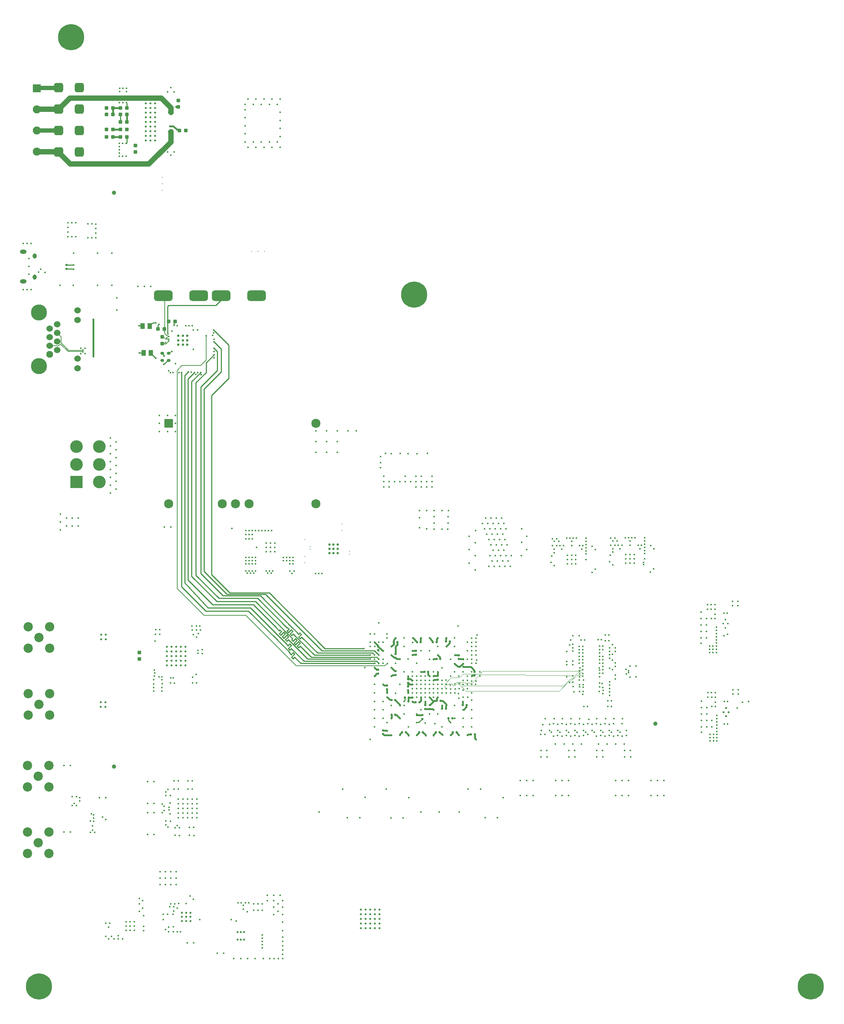
<source format=gbl>
G04*
G04 #@! TF.GenerationSoftware,Altium Limited,Altium Designer,23.4.1 (23)*
G04*
G04 Layer_Physical_Order=12*
G04 Layer_Color=16711680*
%FSLAX44Y44*%
%MOMM*%
G71*
G04*
G04 #@! TF.SameCoordinates,CF21992F-A9CA-4C5A-8A3B-549160C445C6*
G04*
G04*
G04 #@! TF.FilePolarity,Positive*
G04*
G01*
G75*
%ADD10C,0.2540*%
%ADD17C,0.5080*%
%ADD18C,0.3810*%
G04:AMPARAMS|DCode=40|XSize=0.508mm|YSize=0.508mm|CornerRadius=0.1524mm|HoleSize=0mm|Usage=FLASHONLY|Rotation=180.000|XOffset=0mm|YOffset=0mm|HoleType=Round|Shape=RoundedRectangle|*
%AMROUNDEDRECTD40*
21,1,0.5080,0.2032,0,0,180.0*
21,1,0.2032,0.5080,0,0,180.0*
1,1,0.3048,-0.1016,0.1016*
1,1,0.3048,0.1016,0.1016*
1,1,0.3048,0.1016,-0.1016*
1,1,0.3048,-0.1016,-0.1016*
%
%ADD40ROUNDEDRECTD40*%
G04:AMPARAMS|DCode=41|XSize=0.508mm|YSize=0.508mm|CornerRadius=0.1524mm|HoleSize=0mm|Usage=FLASHONLY|Rotation=270.000|XOffset=0mm|YOffset=0mm|HoleType=Round|Shape=RoundedRectangle|*
%AMROUNDEDRECTD41*
21,1,0.5080,0.2032,0,0,270.0*
21,1,0.2032,0.5080,0,0,270.0*
1,1,0.3048,-0.1016,-0.1016*
1,1,0.3048,-0.1016,0.1016*
1,1,0.3048,0.1016,0.1016*
1,1,0.3048,0.1016,-0.1016*
%
%ADD41ROUNDEDRECTD41*%
G04:AMPARAMS|DCode=43|XSize=0.889mm|YSize=0.7874mm|CornerRadius=0.1535mm|HoleSize=0mm|Usage=FLASHONLY|Rotation=0.000|XOffset=0mm|YOffset=0mm|HoleType=Round|Shape=RoundedRectangle|*
%AMROUNDEDRECTD43*
21,1,0.8890,0.4803,0,0,0.0*
21,1,0.5819,0.7874,0,0,0.0*
1,1,0.3071,0.2910,-0.2402*
1,1,0.3071,-0.2910,-0.2402*
1,1,0.3071,-0.2910,0.2402*
1,1,0.3071,0.2910,0.2402*
%
%ADD43ROUNDEDRECTD43*%
G04:AMPARAMS|DCode=45|XSize=4.4mm|YSize=2.5mm|CornerRadius=0.625mm|HoleSize=0mm|Usage=FLASHONLY|Rotation=0.000|XOffset=0mm|YOffset=0mm|HoleType=Round|Shape=RoundedRectangle|*
%AMROUNDEDRECTD45*
21,1,4.4000,1.2500,0,0,0.0*
21,1,3.1500,2.5000,0,0,0.0*
1,1,1.2500,1.5750,-0.6250*
1,1,1.2500,-1.5750,-0.6250*
1,1,1.2500,-1.5750,0.6250*
1,1,1.2500,1.5750,0.6250*
%
%ADD45ROUNDEDRECTD45*%
G04:AMPARAMS|DCode=46|XSize=0.889mm|YSize=0.8636mm|CornerRadius=0.1511mm|HoleSize=0mm|Usage=FLASHONLY|Rotation=90.000|XOffset=0mm|YOffset=0mm|HoleType=Round|Shape=RoundedRectangle|*
%AMROUNDEDRECTD46*
21,1,0.8890,0.5613,0,0,90.0*
21,1,0.5867,0.8636,0,0,90.0*
1,1,0.3023,0.2807,0.2934*
1,1,0.3023,0.2807,-0.2934*
1,1,0.3023,-0.2807,-0.2934*
1,1,0.3023,-0.2807,0.2934*
%
%ADD46ROUNDEDRECTD46*%
G04:AMPARAMS|DCode=50|XSize=0.889mm|YSize=0.8636mm|CornerRadius=0.1511mm|HoleSize=0mm|Usage=FLASHONLY|Rotation=180.000|XOffset=0mm|YOffset=0mm|HoleType=Round|Shape=RoundedRectangle|*
%AMROUNDEDRECTD50*
21,1,0.8890,0.5613,0,0,180.0*
21,1,0.5867,0.8636,0,0,180.0*
1,1,0.3023,-0.2934,0.2807*
1,1,0.3023,0.2934,0.2807*
1,1,0.3023,0.2934,-0.2807*
1,1,0.3023,-0.2934,-0.2807*
%
%ADD50ROUNDEDRECTD50*%
G04:AMPARAMS|DCode=52|XSize=0.889mm|YSize=0.7874mm|CornerRadius=0.1535mm|HoleSize=0mm|Usage=FLASHONLY|Rotation=270.000|XOffset=0mm|YOffset=0mm|HoleType=Round|Shape=RoundedRectangle|*
%AMROUNDEDRECTD52*
21,1,0.8890,0.4803,0,0,270.0*
21,1,0.5819,0.7874,0,0,270.0*
1,1,0.3071,-0.2402,-0.2910*
1,1,0.3071,-0.2402,0.2910*
1,1,0.3071,0.2402,0.2910*
1,1,0.3071,0.2402,-0.2910*
%
%ADD52ROUNDEDRECTD52*%
G04:AMPARAMS|DCode=62|XSize=0.889mm|YSize=0.8636mm|CornerRadius=0.2289mm|HoleSize=0mm|Usage=FLASHONLY|Rotation=0.000|XOffset=0mm|YOffset=0mm|HoleType=Round|Shape=RoundedRectangle|*
%AMROUNDEDRECTD62*
21,1,0.8890,0.4059,0,0,0.0*
21,1,0.4313,0.8636,0,0,0.0*
1,1,0.4577,0.2157,-0.2030*
1,1,0.4577,-0.2157,-0.2030*
1,1,0.4577,-0.2157,0.2030*
1,1,0.4577,0.2157,0.2030*
%
%ADD62ROUNDEDRECTD62*%
%ADD75C,2.1590*%
%ADD173C,0.1016*%
%ADD174C,1.0000*%
%ADD195C,0.2032*%
%ADD196C,0.1658*%
%ADD198C,1.2700*%
%ADD199C,1.0160*%
%ADD203C,6.2000*%
%ADD204C,3.8100*%
G04:AMPARAMS|DCode=205|XSize=1.524mm|YSize=1.524mm|CornerRadius=0mm|HoleSize=0mm|Usage=FLASHONLY|Rotation=270.000|XOffset=0mm|YOffset=0mm|HoleType=Round|Shape=Octagon|*
%AMOCTAGOND205*
4,1,8,-0.3810,-0.7620,0.3810,-0.7620,0.7620,-0.3810,0.7620,0.3810,0.3810,0.7620,-0.3810,0.7620,-0.7620,0.3810,-0.7620,-0.3810,-0.3810,-0.7620,0.0*
%
%ADD205OCTAGOND205*%

%ADD206C,1.5240*%
%ADD207C,2.2000*%
%ADD208C,0.6000*%
%ADD209C,3.0000*%
%ADD210R,3.0000X3.0000*%
%ADD211R,2.1590X2.1590*%
G04:AMPARAMS|DCode=212|XSize=1.25mm|YSize=0.95mm|CornerRadius=0.475mm|HoleSize=0mm|Usage=FLASHONLY|Rotation=270.000|XOffset=0mm|YOffset=0mm|HoleType=Round|Shape=RoundedRectangle|*
%AMROUNDEDRECTD212*
21,1,1.2500,0.0000,0,0,270.0*
21,1,0.3000,0.9500,0,0,270.0*
1,1,0.9500,0.0000,-0.1500*
1,1,0.9500,0.0000,0.1500*
1,1,0.9500,0.0000,0.1500*
1,1,0.9500,0.0000,-0.1500*
%
%ADD212ROUNDEDRECTD212*%
G04:AMPARAMS|DCode=213|XSize=0.95mm|YSize=1.55mm|CornerRadius=0.475mm|HoleSize=0mm|Usage=FLASHONLY|Rotation=270.000|XOffset=0mm|YOffset=0mm|HoleType=Round|Shape=RoundedRectangle|*
%AMROUNDEDRECTD213*
21,1,0.9500,0.6000,0,0,270.0*
21,1,0.0000,1.5500,0,0,270.0*
1,1,0.9500,-0.3000,0.0000*
1,1,0.9500,-0.3000,0.0000*
1,1,0.9500,0.3000,0.0000*
1,1,0.9500,0.3000,0.0000*
%
%ADD213ROUNDEDRECTD213*%
%ADD214C,1.9050*%
%ADD215R,1.9050X1.9050*%
%ADD216C,0.3810*%
%ADD217C,0.5000*%
%ADD218C,0.3302*%
%ADD219C,0.5588*%
G04:AMPARAMS|DCode=248|XSize=0.65mm|YSize=0.85mm|CornerRadius=0.1625mm|HoleSize=0mm|Usage=FLASHONLY|Rotation=90.000|XOffset=0mm|YOffset=0mm|HoleType=Round|Shape=RoundedRectangle|*
%AMROUNDEDRECTD248*
21,1,0.6500,0.5250,0,0,90.0*
21,1,0.3250,0.8500,0,0,90.0*
1,1,0.3250,0.2625,0.1625*
1,1,0.3250,0.2625,-0.1625*
1,1,0.3250,-0.2625,-0.1625*
1,1,0.3250,-0.2625,0.1625*
%
%ADD248ROUNDEDRECTD248*%
G04:AMPARAMS|DCode=249|XSize=2.26mm|YSize=2.16mm|CornerRadius=0.54mm|HoleSize=0mm|Usage=FLASHONLY|Rotation=270.000|XOffset=0mm|YOffset=0mm|HoleType=Round|Shape=RoundedRectangle|*
%AMROUNDEDRECTD249*
21,1,2.2600,1.0800,0,0,270.0*
21,1,1.1800,2.1600,0,0,270.0*
1,1,1.0800,-0.5400,-0.5900*
1,1,1.0800,-0.5400,0.5900*
1,1,1.0800,0.5400,0.5900*
1,1,1.0800,0.5400,-0.5900*
%
%ADD249ROUNDEDRECTD249*%
G04:AMPARAMS|DCode=250|XSize=1.397mm|YSize=1.0922mm|CornerRadius=0.2021mm|HoleSize=0mm|Usage=FLASHONLY|Rotation=90.000|XOffset=0mm|YOffset=0mm|HoleType=Round|Shape=RoundedRectangle|*
%AMROUNDEDRECTD250*
21,1,1.3970,0.6881,0,0,90.0*
21,1,0.9929,1.0922,0,0,90.0*
1,1,0.4041,0.3440,0.4964*
1,1,0.4041,0.3440,-0.4964*
1,1,0.4041,-0.3440,-0.4964*
1,1,0.4041,-0.3440,0.4964*
%
%ADD250ROUNDEDRECTD250*%
D10*
X500284Y1491075D02*
Y1569816D01*
X464820Y1605280D02*
X500284Y1569816D01*
X315849Y1550160D02*
Y1551615D01*
Y1550160D02*
X327248Y1538761D01*
X327317D01*
X313309Y1615115D02*
Y1616232D01*
X317443Y1620366D01*
X318561D01*
X320707Y1622513D01*
X327660D01*
X296163Y1615243D02*
X296291Y1615115D01*
X287994Y1615243D02*
X296163D01*
X346673Y1524015D02*
X356188Y1533530D01*
X358270D01*
X342770Y1550030D02*
X343578D01*
X345531Y1548077D01*
Y1547269D02*
Y1548077D01*
Y1547269D02*
X346763Y1546037D01*
Y1544152D02*
Y1546037D01*
Y1544152D02*
X347006Y1543909D01*
X332867Y1616933D02*
X335140Y1619206D01*
X332867Y1607820D02*
Y1616933D01*
X347248Y1602740D02*
X348996Y1604488D01*
Y1608963D01*
X370840Y1623187D02*
X373253Y1625600D01*
X370840Y1616425D02*
Y1623187D01*
X482600Y1676400D02*
Y1691640D01*
X469900Y1663700D02*
X482600Y1676400D01*
X358461Y1663700D02*
X469900D01*
X355921Y1598384D02*
Y1619040D01*
Y1661160D02*
X358461Y1663700D01*
X355921Y1619040D02*
Y1661160D01*
X855969Y826045D02*
X856064D01*
X851434Y830580D02*
X855969Y826045D01*
X855984Y815890D02*
Y816011D01*
X850838Y821157D02*
X855984Y816011D01*
X855950Y836064D02*
X855980D01*
X846194Y845820D02*
X855950Y836064D01*
X721360Y845820D02*
X846194D01*
X841274Y840740D02*
X845881Y836133D01*
X711200Y840740D02*
X841274D01*
X619125Y880745D02*
X637931Y861939D01*
X648707Y851163D02*
X649605Y850265D01*
X641079Y857904D02*
X645115Y861939D01*
X645115Y847571D02*
X648707Y851163D01*
X641523Y851163D02*
X648707Y858347D01*
X645115Y861939D02*
X648707Y858347D01*
X641523Y851163D02*
X645115Y847571D01*
X637487Y861496D02*
X641079Y857904D01*
X637487Y861496D02*
X637931Y861939D01*
X638130Y882895D02*
X641722Y879302D01*
X620169Y886487D02*
X625460Y891777D01*
X620169Y893671D02*
X621868Y895369D01*
X630946Y875710D02*
X638130Y882895D01*
X638130Y868526D02*
X641722Y872118D01*
X634538Y872118D02*
X638130Y868526D01*
X612140Y901700D02*
X620169Y893671D01*
X627354Y879302D02*
X634538Y886487D01*
X621868Y895369D02*
X625460Y891777D01*
X634538Y872118D02*
X641722Y879302D01*
X620169Y886487D02*
X623761Y882894D01*
X641722Y872118D02*
X642620Y871220D01*
X630946Y890079D02*
X634538Y886487D01*
X627354Y879302D02*
X630946Y875710D01*
X623761Y882894D02*
X630946Y890079D01*
X662367Y888916D02*
X662696Y889244D01*
X665865Y878045D02*
X672202Y884382D01*
X668610Y887974D02*
X672202Y884382D01*
X665865Y878045D02*
X669457Y874453D01*
X662367Y888916D02*
X665959Y885324D01*
X651510Y900430D02*
X662696Y889244D01*
X673472Y878468D02*
X674370Y877570D01*
X669457Y874453D02*
X673472Y878468D01*
X665959Y885324D02*
X668610Y887974D01*
X645545Y885665D02*
X649137Y882073D01*
X638360Y892849D02*
X643243Y897731D01*
X636270Y902970D02*
X638783Y900456D01*
X641953Y889257D02*
X648290Y895594D01*
X649137Y882073D02*
X653152Y886088D01*
X638360Y892849D02*
X641953Y889257D01*
X638783Y900456D02*
X639651Y901324D01*
X643243Y897731D01*
X645545Y885665D02*
X651882Y892002D01*
X653152Y886088D02*
X654050Y885190D01*
X648290Y895594D02*
X651882Y892002D01*
X644597Y840666D02*
X645551Y841619D01*
X656327Y830843D02*
X657225Y829945D01*
X649143Y830843D02*
X652735Y827251D01*
X612775Y874395D02*
X645551Y841619D01*
X652735Y827251D02*
X656327Y830843D01*
X648189Y837074D02*
X652735Y841619D01*
X644597Y840666D02*
X648189Y837074D01*
X652735Y841619D02*
X656327Y838027D01*
X649143Y830843D02*
X656327Y838027D01*
X649427Y872565D02*
X653019Y868973D01*
X658886Y874839D02*
X662478Y871246D01*
Y856878D02*
X666070Y853286D01*
X649427Y872565D02*
X651701Y874839D01*
X666070Y867654D02*
X669662Y864062D01*
X666070Y853286D02*
X669662Y856878D01*
X658886Y860470D02*
X666070Y867654D01*
X669662Y856878D02*
X670560Y855980D01*
X655294Y864062D02*
X658886Y860470D01*
X662478Y856878D02*
X669662Y864062D01*
X655294D02*
X662478Y871246D01*
X641350Y885190D02*
X651701Y874839D01*
X653019Y868973D02*
X658886Y874839D01*
X288598Y1551615D02*
X298831D01*
X447040Y1504950D02*
Y1527810D01*
X466090Y1546860D01*
X422910Y1480820D02*
X447040Y1504950D01*
X422910Y1024890D02*
X477520Y970280D01*
X466090Y1562100D02*
X473710Y1554480D01*
X466090Y1577340D02*
X482600Y1560830D01*
X473710Y1510030D02*
Y1554480D01*
X482600Y1506220D02*
Y1560830D01*
X434340Y1470660D02*
X473710Y1510030D01*
X441960Y1465580D02*
X482600Y1506220D01*
X477520Y970280D02*
X568960D01*
X388620Y997724D02*
Y1504950D01*
X403860Y1489710D02*
X419100Y1504950D01*
X412750Y1483360D02*
X434340Y1504950D01*
X396240Y1006720D02*
Y1498046D01*
X404464Y1506270D01*
X678713Y821157D02*
X850838D01*
X687707Y826133D02*
X835881D01*
X695960Y830580D02*
X851434D01*
X834740Y835891D02*
X835638D01*
X703580Y835660D02*
X834509D01*
X835638Y835891D02*
X835881Y836133D01*
X834509Y835660D02*
X834740Y835891D01*
X441960Y1033780D02*
X495967Y979773D01*
X459644Y1450435D02*
X500284Y1491075D01*
X495967Y979773D02*
X587407D01*
X434340Y1028700D02*
X486569Y976471D01*
X575469D01*
X596804Y983075D02*
X728535Y851344D01*
X820420D01*
X649605Y850265D02*
X678713Y821157D01*
X642620Y871220D02*
X687707Y826133D01*
X587407Y979773D02*
X721360Y845820D01*
X670560Y855980D02*
X695960Y830580D01*
X563880Y962660D02*
X641350Y885190D01*
X654050D02*
X703580Y835660D01*
X568960Y970280D02*
X636270Y902970D01*
X575469Y976471D02*
X651510Y900430D01*
X674370Y877570D02*
X711200Y840740D01*
X412750Y1022350D02*
Y1483360D01*
X403860Y1013460D02*
Y1489710D01*
X412750Y1022350D02*
X472440Y962660D01*
X563880D01*
X558800Y955040D02*
X612140Y901700D01*
X462280Y955040D02*
X558800D01*
X403860Y1013460D02*
X462280Y955040D01*
X396240Y1006720D02*
X451689Y947420D01*
X547370Y939800D02*
X612775Y874395D01*
X388620Y997724D02*
X446544Y939800D01*
X451689Y947420D02*
X552450D01*
X446544Y939800D02*
X547370D01*
X552450Y947420D02*
X619125Y880745D01*
X657225Y829945D02*
X671037Y816133D01*
X846525D01*
X422910Y1024890D02*
Y1480820D01*
X434340Y1028700D02*
Y1470660D01*
X441960Y1033780D02*
Y1465580D01*
X459644Y1026255D02*
X502824Y983075D01*
X459644Y1026255D02*
Y1450435D01*
X502824Y983075D02*
X596804D01*
X917829Y728416D02*
Y734822D01*
X915881Y726468D02*
X917829Y728416D01*
X915881Y726124D02*
Y726468D01*
X1021436Y680490D02*
Y685575D01*
Y680490D02*
X1025881Y676045D01*
X1030326Y685575D02*
X1036248D01*
X950735Y676288D02*
X959104Y684657D01*
X946124Y676288D02*
X950735D01*
X945881Y676045D02*
X946124Y676288D01*
X965881Y725701D02*
X966216Y725366D01*
X965881Y725701D02*
Y726045D01*
X259461Y2131060D02*
Y2142527D01*
X258572Y2143416D02*
X259461Y2142527D01*
X258572Y2143416D02*
Y2143760D01*
X243459Y2098040D02*
X243713Y2098294D01*
Y2115566D01*
X243967Y2115820D01*
X258953Y2049235D02*
Y2062480D01*
X257302Y2047584D02*
X258953Y2049235D01*
X257302Y2047240D02*
Y2047584D01*
X116263Y1759486D02*
X116401Y1759348D01*
X132636D01*
X132774Y1759210D01*
X116263Y1750596D02*
X131759D01*
X132774Y1749581D01*
X133117D01*
D17*
X380873Y2133600D02*
X381000Y2133727D01*
X375920Y2133600D02*
X380873D01*
D18*
X574040Y1676400D02*
Y1691640D01*
X179418Y1619451D02*
X179518Y1619350D01*
X179619Y1619250D01*
X436880Y1676400D02*
Y1690765D01*
X437755Y1691640D01*
X179418Y1619451D02*
Y1630455D01*
X179619Y1542979D02*
Y1619250D01*
X926643Y645301D02*
Y646698D01*
X920307Y653034D02*
X926643Y646698D01*
X1000307Y653034D02*
X1006430Y646910D01*
X1006746D01*
X966643Y645301D02*
Y646765D01*
X960374Y653034D02*
X966643Y646765D01*
X985113Y646731D02*
X991417Y653034D01*
X985113Y645296D02*
Y646731D01*
X945881Y693547D02*
X959104D01*
X945881D02*
Y696045D01*
X1054989Y725153D02*
X1055357Y725521D01*
X1054989Y717296D02*
Y725153D01*
X1075881Y786045D02*
X1077363Y787527D01*
X1083056D01*
X936516Y836803D02*
X944372D01*
X935881Y836168D02*
X936516Y836803D01*
X936232Y845693D02*
X944372D01*
X935881Y846045D02*
X936232Y845693D01*
X1082421Y797052D02*
X1083056Y796417D01*
X1082421Y797052D02*
Y799504D01*
X1075881Y806045D02*
X1082421Y799504D01*
X1056513Y807974D02*
X1073951D01*
X1075881Y806045D01*
X1047623Y807974D02*
X1055497Y815848D01*
X1055881D01*
X1047242Y808355D02*
X1047623Y807974D01*
X1043355Y808355D02*
X1047242D01*
X1035862Y815848D02*
X1043355Y808355D01*
X1045464Y826389D02*
X1055536D01*
X1055881Y826045D01*
X1045235Y835508D02*
X1045464Y835279D01*
X1036059Y835508D02*
X1045235D01*
X1036059D02*
X1036083Y835533D01*
X1023620Y867029D02*
X1024255Y867664D01*
X1023620Y863784D02*
Y867029D01*
X1015881Y856045D02*
X1023620Y863784D01*
X1015365Y867664D02*
Y875529D01*
X1015881Y876045D01*
X992759Y866648D02*
Y872923D01*
X995881Y876045D01*
X983234Y867283D02*
X983869Y866648D01*
X983234Y867283D02*
Y868691D01*
X975881Y876045D02*
X983234Y868691D01*
X955421Y866648D02*
Y875585D01*
X955881Y876045D01*
X937134D02*
X946531Y866648D01*
X936184Y876045D02*
X937134D01*
X1001063Y826848D02*
X1001649Y826262D01*
X1001063Y826848D02*
Y830326D01*
X995881Y835508D02*
X1001063Y830326D01*
X986098Y826262D02*
X992759D01*
X985881Y826045D02*
X986098Y826262D01*
X995426Y786511D02*
Y795609D01*
X995862Y796045D01*
X987457Y777621D02*
X995426D01*
X985881Y776045D02*
X987457Y777621D01*
X986347Y786511D02*
X995426D01*
X985881Y786045D02*
X986347Y786511D01*
X956143Y795782D02*
X964057D01*
X955881Y796045D02*
X956143Y795782D01*
X972947Y788978D02*
Y795782D01*
Y788978D02*
X975881Y786045D01*
X895881Y846045D02*
Y856130D01*
X900303Y860552D02*
Y866394D01*
X895881Y856130D02*
X900303Y860552D01*
X891413Y866394D02*
Y871577D01*
X895881Y876045D01*
X891413Y861293D02*
Y866394D01*
X885881Y855761D02*
X891413Y861293D01*
X854075Y856996D02*
X854710Y856361D01*
X854075Y856996D02*
Y857850D01*
X845881Y866045D02*
X854075Y857850D01*
X854710Y856361D02*
X865026Y846045D01*
X865881D01*
X896112Y838327D02*
Y845813D01*
X895881Y846045D02*
X896112Y845813D01*
X895537Y830012D02*
X896112Y829437D01*
X892037Y830012D02*
X895537D01*
X885881Y836168D02*
X892037Y830012D01*
X896112Y829437D02*
X899373Y826176D01*
X905607D01*
X888633Y788797D02*
X896112D01*
X885881Y786045D02*
X888633Y788797D01*
X895477Y798322D02*
X896112Y797687D01*
X893603Y798322D02*
X895477D01*
X885881Y806045D02*
X893603Y798322D01*
X854272Y801427D02*
X854710Y800989D01*
X850498Y801427D02*
X854272D01*
X845881Y806045D02*
X850498Y801427D01*
X854075Y791464D02*
X854710Y792099D01*
X851300Y791464D02*
X854075D01*
X845881Y786045D02*
X851300Y791464D01*
X875792Y746133D02*
Y754761D01*
Y746133D02*
X875881Y746045D01*
X868274Y763651D02*
X875792D01*
X865881Y766045D02*
X868274Y763651D01*
X895223Y728980D02*
X905881Y718322D01*
Y716045D02*
Y718322D01*
X895223Y694182D02*
X895858Y693547D01*
X898378D01*
X905881Y686045D01*
X886333Y686497D02*
Y694182D01*
X885881Y686045D02*
X886333Y686497D01*
X865881Y648589D02*
X868425Y646045D01*
X885881D01*
X865881Y657479D02*
X874427D01*
X875862Y656045D01*
X905862Y647479D02*
X911417Y653034D01*
X905862Y646045D02*
Y647479D01*
X950849Y652399D02*
X951484Y653034D01*
X950849Y651032D02*
Y652399D01*
X945862Y646045D02*
X950849Y651032D01*
X1030859Y652399D02*
X1031494Y653034D01*
X1030859Y651023D02*
Y652399D01*
X1025881Y646045D02*
X1030859Y651023D01*
X1040384Y653034D02*
X1041019Y652399D01*
Y650906D02*
Y652399D01*
Y650906D02*
X1045881Y646045D01*
X1067282Y647446D02*
X1074547D01*
X1065881Y646045D02*
X1067282Y647446D01*
X1083437Y638488D02*
Y647446D01*
Y638488D02*
X1085881Y636045D01*
X1055881Y706045D02*
X1057073D01*
X1063777Y712749D01*
Y717194D01*
X1063879Y717296D01*
X977138Y717169D02*
X977773Y717804D01*
Y717937D01*
X985881Y726045D01*
X1002157Y727456D02*
X1007618D01*
X1015881Y719193D01*
Y716045D02*
Y719193D01*
X1015111Y708914D02*
Y715275D01*
X1015881Y716045D01*
X1005862Y709273D02*
X1006221Y708914D01*
X1005862Y709273D02*
Y716045D01*
X993267Y727456D02*
Y732910D01*
X995862Y735504D01*
X976421D02*
X985881Y726045D01*
X975881Y735504D02*
X976421D01*
X987292Y727456D02*
X993267D01*
X985881Y726045D02*
X987292Y727456D01*
X977138Y708279D02*
X983646D01*
X985881Y706045D01*
X966216Y708279D02*
X977138D01*
X966216Y717169D02*
Y725366D01*
X926338Y726725D02*
Y734822D01*
X926719D02*
X935198D01*
X935881Y735504D01*
X952119Y723646D02*
X955881Y727408D01*
Y735504D01*
X938260Y723646D02*
X943229D01*
X935862Y726045D02*
X938260Y723646D01*
X885723Y729590D02*
X886333Y728980D01*
X882294Y729590D02*
X885723D01*
X876046Y735838D02*
X882294Y729590D01*
X925738Y726124D02*
X926338Y726725D01*
X925738Y752256D02*
X925830Y752348D01*
X925738Y746045D02*
Y752256D01*
X925830Y761111D02*
Y769366D01*
X926084Y769620D01*
X925830Y770001D02*
X929513Y766318D01*
X935228D01*
X926084Y778637D02*
X926465Y779018D01*
X925738Y778602D02*
Y786045D01*
X926084Y778510D02*
Y778637D01*
X926465Y779018D02*
X931672D01*
X934645Y776045D02*
X935881D01*
X931672Y779018D02*
X934645Y776045D01*
X925738Y778602D02*
X925830Y778510D01*
X258953Y2115820D02*
X259207Y2115566D01*
Y2098294D02*
Y2115566D01*
Y2098294D02*
X259461Y2098040D01*
X226441Y2131060D02*
X243459D01*
X225933Y2115820D02*
X226187Y2116074D01*
Y2130806D01*
X226441Y2131060D01*
Y2062480D02*
X243967D01*
X226441Y2080260D02*
X243459D01*
X381335Y2080052D02*
X383667Y2077720D01*
X377659Y2080052D02*
X381335D01*
X369420Y2088290D02*
X377659Y2080052D01*
X360680Y2088290D02*
X369420D01*
D40*
X1045464Y826389D02*
D03*
Y835279D02*
D03*
X854710Y800989D02*
D03*
Y792099D02*
D03*
X995426Y777621D02*
D03*
Y786511D02*
D03*
X875792Y754761D02*
D03*
Y763651D02*
D03*
X896112Y788797D02*
D03*
Y797687D02*
D03*
X944372Y845693D02*
D03*
Y836803D02*
D03*
X896112Y838327D02*
D03*
Y829437D02*
D03*
X1083056Y796417D02*
D03*
Y787527D02*
D03*
X959104Y684657D02*
D03*
Y693547D02*
D03*
X977138Y708279D02*
D03*
Y717169D02*
D03*
X925830Y770001D02*
D03*
Y778891D02*
D03*
X865881Y648589D02*
D03*
Y657479D02*
D03*
X854710Y847471D02*
D03*
Y856361D02*
D03*
X925830Y761111D02*
D03*
Y752221D02*
D03*
X966216Y708279D02*
D03*
Y717169D02*
D03*
X116263Y1759486D02*
D03*
Y1750596D02*
D03*
D41*
X1030326Y685575D02*
D03*
X1021436D02*
D03*
X1040384Y653034D02*
D03*
X1031494D02*
D03*
X895223Y728980D02*
D03*
X886333D02*
D03*
X1002157Y727456D02*
D03*
X993267D02*
D03*
X917829Y734822D02*
D03*
X926719D02*
D03*
X1024255Y867664D02*
D03*
X1015365D02*
D03*
X900303Y866394D02*
D03*
X891413D02*
D03*
X955421Y866648D02*
D03*
X946531D02*
D03*
X992759D02*
D03*
X983869D02*
D03*
X1056513Y807974D02*
D03*
X1047623D02*
D03*
X992759Y826262D02*
D03*
X1001649D02*
D03*
X943229Y723646D02*
D03*
X952119D02*
D03*
X1000307Y653034D02*
D03*
X991417D02*
D03*
X960374D02*
D03*
X951484D02*
D03*
X1063879Y717296D02*
D03*
X1054989D02*
D03*
X920307Y653034D02*
D03*
X911417D02*
D03*
X1083437Y647446D02*
D03*
X1074547D02*
D03*
X1015111Y708914D02*
D03*
X1006221D02*
D03*
X972947Y795782D02*
D03*
X964057D02*
D03*
X895223Y694182D02*
D03*
X886333D02*
D03*
D43*
X342900Y1573149D02*
D03*
Y1589151D02*
D03*
X288544Y842137D02*
D03*
Y826135D02*
D03*
D45*
X482600Y1686933D02*
D03*
X566600D02*
D03*
X345260Y1686560D02*
D03*
X429260D02*
D03*
D46*
X279400Y2027047D02*
D03*
Y2042033D02*
D03*
X381000Y2148713D02*
D03*
Y2133727D02*
D03*
D50*
X358267Y1625600D02*
D03*
X373253D02*
D03*
X243967Y2062480D02*
D03*
X258953D02*
D03*
X225933Y2115820D02*
D03*
X210947D02*
D03*
X258953D02*
D03*
X243967D02*
D03*
X383667Y2077720D02*
D03*
X398653D02*
D03*
D52*
X243459Y2131060D02*
D03*
X259461D02*
D03*
X210439D02*
D03*
X226441D02*
D03*
X259461Y2080260D02*
D03*
X243459D02*
D03*
X226441D02*
D03*
X210439D02*
D03*
X226441Y2062480D02*
D03*
X210439D02*
D03*
X259461Y2098040D02*
D03*
X243459D02*
D03*
D62*
X332867Y1607820D02*
D03*
X347853D02*
D03*
D75*
X707177Y1384300D02*
D03*
Y1193800D02*
D03*
X548427D02*
D03*
X516677D02*
D03*
X484927D02*
D03*
X357927D02*
D03*
D173*
X1312728Y778897D02*
X1328608Y794777D01*
X1309418Y778897D02*
X1312728D01*
X1283606Y750570D02*
X1306801Y773765D01*
X1310110D01*
X1323981Y787635D01*
X1293539Y763017D02*
X1309418Y778897D01*
X1062632Y750570D02*
X1283606D01*
X1054921Y763017D02*
X1293539D01*
X1203286Y789131D02*
X1204831Y787586D01*
X1302938D01*
X1304145Y786379D02*
X1315720D01*
X1302938Y787586D02*
X1304145Y786379D01*
X1328191Y797613D02*
X1328787Y798208D01*
X1330647Y801127D02*
X1333277D01*
X1328787Y798208D02*
Y799267D01*
X1330647Y801127D01*
X1333277D02*
X1334303Y800100D01*
X1335145D01*
X1328608Y794777D02*
X1336335D01*
X1339342Y791769D01*
X1101821Y797613D02*
X1328191D01*
X1335145Y800100D02*
X1335533Y800488D01*
X1338586Y785590D02*
X1339342D01*
X1336541Y787635D02*
X1338586Y785590D01*
X1323981Y787635D02*
X1336541D01*
X1040582Y771878D02*
X1058311D01*
X1060050Y770139D01*
X1077779D02*
X1086069Y778429D01*
X1047838Y770100D02*
X1054921Y763017D01*
X1094359Y789131D02*
X1203286D01*
X1086069Y780841D02*
X1094359Y789131D01*
X1060050Y770139D02*
X1077779D01*
X1086069Y778429D02*
Y780841D01*
X1036077Y767374D02*
X1040582Y771878D01*
X1338830Y800488D02*
X1339342Y801000D01*
Y791665D02*
Y791769D01*
X1335533Y800488D02*
X1338830D01*
X1046276Y766925D02*
X1062632Y750570D01*
X1027890Y782870D02*
X1047196D01*
X1055663Y791337D02*
X1095545D01*
X1012902Y759004D02*
Y767882D01*
Y759004D02*
X1016058Y755848D01*
X1095545Y791337D02*
X1101821Y797613D01*
X1047196Y782870D02*
X1055663Y791337D01*
X1012902Y767882D02*
X1027890Y782870D01*
X1043294Y770100D02*
X1047838D01*
X1037392Y764199D02*
X1043294Y770100D01*
X1032172Y764199D02*
X1037392D01*
X1028519Y767851D02*
X1032172Y764199D01*
X1023298Y767851D02*
X1028519D01*
X1022015Y766567D02*
X1023298Y767851D01*
X1016077Y766567D02*
X1022015D01*
D174*
X228600Y1930400D02*
D03*
Y571500D02*
D03*
X1511300Y673100D02*
D03*
D195*
X870670Y810260D02*
X876300Y815890D01*
X660400Y810260D02*
X870670D01*
X358270Y1550030D02*
X359600D01*
X363709Y1554140D01*
X365420D01*
X365760Y1554480D01*
X357799Y1590040D02*
X358140D01*
X347248Y1602740D02*
X348996Y1600992D01*
X355989Y1591850D02*
X357799Y1590040D01*
X353867Y1591850D02*
X355989D01*
X348996Y1596721D02*
X353867Y1591850D01*
X348996Y1596721D02*
Y1600992D01*
X356255Y1596793D02*
X356595Y1596453D01*
X356255Y1596793D02*
Y1598050D01*
X355921Y1598384D02*
X356255Y1598050D01*
X378460Y993140D02*
X441960Y929640D01*
X541020D01*
X660400Y810260D01*
X378460Y1510110D02*
X389810Y1521460D01*
X378460Y993140D02*
Y1510110D01*
X447040Y1534160D02*
Y1591850D01*
X434340Y1521460D02*
X447040Y1534160D01*
X389810Y1521460D02*
X434340D01*
X348996Y1608963D02*
Y1644161D01*
X348993Y1644164D02*
Y1690447D01*
X347800Y1691640D02*
X348993Y1690447D01*
Y1644164D02*
X348996Y1644161D01*
D196*
X348860Y1572906D02*
X349072Y1572695D01*
X342900Y1573149D02*
X343143Y1572906D01*
X349072Y1572695D02*
X351968D01*
X354016Y1574742D02*
Y1575027D01*
X343143Y1572906D02*
X348860D01*
X351968Y1572695D02*
X354016Y1574742D01*
Y1575027D02*
X357852Y1578864D01*
X352137Y1583436D02*
X358140D01*
X342900Y1589151D02*
X344981Y1587070D01*
X348503D02*
X352137Y1583436D01*
X344981Y1587070D02*
X348503D01*
X357852Y1578864D02*
X358140D01*
X76448Y1567971D02*
X97094D01*
X101051Y1571927D01*
X102424D01*
X94228Y1598451D02*
X103439Y1589240D01*
Y1575053D02*
Y1589240D01*
X154807Y1557639D02*
X155219Y1558051D01*
X153582Y1557639D02*
X154807D01*
X121263Y1557229D02*
X153172D01*
X103439Y1575053D02*
X121263Y1557229D01*
X153172D02*
X153582Y1557639D01*
X102424Y1571927D02*
X120050Y1554301D01*
X153172D01*
X153582Y1553891D02*
X154807D01*
X155219Y1553479D01*
X153172Y1554301D02*
X153582Y1553891D01*
D198*
X363220Y2120900D02*
Y2132330D01*
Y2051050D02*
Y2075180D01*
X340360Y2155190D02*
X363220Y2132330D01*
X311150Y1998980D02*
X363220Y2051050D01*
X124860Y1998980D02*
X311150D01*
X97420Y2026420D02*
Y2026920D01*
Y2026420D02*
X124860Y1998980D01*
X97420Y2128520D02*
Y2129020D01*
X123590Y2155190D01*
X340360D01*
X45920Y2128320D02*
X97220D01*
X46320Y2027520D02*
X96820D01*
D199*
X45720Y2178120D02*
X46320Y2178720D01*
X96820D01*
X97420Y2179320D01*
X45720Y2128120D02*
X45920Y2128320D01*
X97220D02*
X97420Y2128520D01*
X45720Y2078120D02*
X45920Y2077920D01*
X97220D01*
X97420Y2077720D01*
X45720Y2028120D02*
X46320Y2027520D01*
X96820D02*
X97420Y2026920D01*
D203*
X939800Y1689100D02*
D03*
X127000Y2298700D02*
D03*
X1879600Y50800D02*
D03*
X50800D02*
D03*
D204*
X51048Y1519711D02*
D03*
Y1646711D02*
D03*
D205*
X76448Y1547651D02*
D03*
D206*
Y1567971D02*
D03*
Y1588291D02*
D03*
Y1608611D02*
D03*
X94228Y1557811D02*
D03*
Y1578131D02*
D03*
Y1598451D02*
D03*
Y1618771D02*
D03*
X142488Y1514631D02*
D03*
Y1628931D02*
D03*
Y1651791D02*
D03*
Y1537491D02*
D03*
D207*
X49112Y548640D02*
D03*
X74512Y523240D02*
D03*
X23712D02*
D03*
Y574040D02*
D03*
X74512D02*
D03*
X49112Y391321D02*
D03*
X74512Y365921D02*
D03*
X23712D02*
D03*
Y416721D02*
D03*
X74512D02*
D03*
X75861Y744351D02*
D03*
X25061D02*
D03*
Y693551D02*
D03*
X75861D02*
D03*
X50461Y718951D02*
D03*
X75861Y902491D02*
D03*
X25061D02*
D03*
Y851691D02*
D03*
X75861D02*
D03*
X50461Y877091D02*
D03*
D208*
X402400Y1570450D02*
D03*
X391700D02*
D03*
X381000D02*
D03*
X402400Y1581150D02*
D03*
X391700D02*
D03*
X381000D02*
D03*
X402400Y1591850D02*
D03*
X391700D02*
D03*
X381000D02*
D03*
D209*
X194288Y1329211D02*
D03*
Y1287211D02*
D03*
Y1245211D02*
D03*
X139288Y1329211D02*
D03*
Y1287211D02*
D03*
D210*
Y1245211D02*
D03*
D211*
X357927Y1384300D02*
D03*
D212*
X40888Y1730781D02*
D03*
Y1780781D02*
D03*
D213*
X13888Y1720781D02*
D03*
Y1790781D02*
D03*
D214*
X45720Y2028120D02*
D03*
Y2078120D02*
D03*
Y2128120D02*
D03*
D215*
Y2178120D02*
D03*
D216*
X876300Y815890D02*
D03*
X1441958Y801705D02*
D03*
X1442763Y790679D02*
D03*
X1447800Y798864D02*
D03*
Y794292D02*
D03*
X166778Y1856640D02*
D03*
X176180Y1856539D02*
D03*
X185320Y1856439D02*
D03*
X185334Y1845499D02*
D03*
X185546Y1834559D02*
D03*
X185420Y1823620D02*
D03*
X166677D02*
D03*
X176080D02*
D03*
X128720Y1859380D02*
D03*
X138123D02*
D03*
X119380D02*
D03*
X119254Y1848441D02*
D03*
X119466Y1837501D02*
D03*
X119480Y1826561D02*
D03*
X128620Y1826461D02*
D03*
X138022Y1826360D02*
D03*
X1340042Y765586D02*
D03*
X1332030Y765649D02*
D03*
X1340064Y759502D02*
D03*
X1331925Y760059D02*
D03*
X1076464Y773689D02*
D03*
X1085530Y766629D02*
D03*
X422099Y1500111D02*
D03*
X435388Y1499625D02*
D03*
X362378Y1504538D02*
D03*
X382874Y1504835D02*
D03*
X411502Y1505464D02*
D03*
X426720Y1504950D02*
D03*
X466090Y1539240D02*
D03*
Y1554480D02*
D03*
Y1583650D02*
D03*
X464820Y1598670D02*
D03*
X350520Y1576190D02*
D03*
X353867Y1587070D02*
D03*
X149860Y1549400D02*
D03*
X159928D02*
D03*
X159943Y1562100D02*
D03*
X149860D02*
D03*
X327317Y1538761D02*
D03*
X327660Y1622513D02*
D03*
X1402334Y671830D02*
D03*
X1382014D02*
D03*
X1361694D02*
D03*
X1341374D02*
D03*
X1321054D02*
D03*
X1300734D02*
D03*
X1280414D02*
D03*
X1260486D02*
D03*
X1270023Y643890D02*
D03*
X1290574D02*
D03*
X1311031D02*
D03*
X1331214D02*
D03*
X1371854D02*
D03*
X1392312D02*
D03*
X1412632D02*
D03*
X1432814D02*
D03*
X346673Y1524015D02*
D03*
X347006Y1543909D02*
D03*
X365760Y1554480D02*
D03*
X335140Y1619206D02*
D03*
X358140Y1590040D02*
D03*
X370840Y1616425D02*
D03*
X574040Y1676400D02*
D03*
X356595Y1596453D02*
D03*
X856064Y826045D02*
D03*
X855984Y815890D02*
D03*
X855980Y911860D02*
D03*
Y866045D02*
D03*
Y846045D02*
D03*
Y836064D02*
D03*
X287994Y1615243D02*
D03*
X845881Y806045D02*
D03*
X179418Y1630455D02*
D03*
X235198Y1653061D02*
D03*
X235016Y1681835D02*
D03*
X288598Y1551615D02*
D03*
X179418Y1593950D02*
D03*
X179518Y1568550D02*
D03*
X179619Y1542979D02*
D03*
X845881Y866045D02*
D03*
X835944Y856045D02*
D03*
Y866045D02*
D03*
X845944Y886045D02*
D03*
X466090Y1546860D02*
D03*
Y1562100D02*
D03*
Y1577340D02*
D03*
X464820Y1605280D02*
D03*
X416560Y1559560D02*
D03*
X378460Y1615440D02*
D03*
X414020D02*
D03*
X426720Y1605280D02*
D03*
X388620Y1504950D02*
D03*
X406400Y1615440D02*
D03*
X416560Y1605280D02*
D03*
X398780Y1615440D02*
D03*
X419100Y1504950D02*
D03*
X434340D02*
D03*
X404464Y1506270D02*
D03*
X846525Y855881D02*
D03*
X462280Y1592580D02*
D03*
X846525Y816133D02*
D03*
X835881Y826133D02*
D03*
Y836133D02*
D03*
X845881D02*
D03*
X820420Y851344D02*
D03*
X373825Y1526146D02*
D03*
X822960Y806045D02*
D03*
X368300Y1504950D02*
D03*
X358025Y1509146D02*
D03*
X447040Y1591850D02*
D03*
X358140Y1578864D02*
D03*
Y1583436D02*
D03*
X365760Y1602740D02*
D03*
X436880Y1676400D02*
D03*
X179518Y1619350D02*
D03*
X155219Y1558051D02*
D03*
Y1553479D02*
D03*
X1043940Y904240D02*
D03*
X1150620Y498027D02*
D03*
X1046480Y464348D02*
D03*
X999242Y463967D02*
D03*
X956062D02*
D03*
X714762D02*
D03*
X965876Y674534D02*
D03*
X926643Y645301D02*
D03*
X1006746Y646910D02*
D03*
X988615Y673329D02*
D03*
X966643Y645301D02*
D03*
X770719Y518214D02*
D03*
X810719Y450714D02*
D03*
X781374D02*
D03*
X927100Y498027D02*
D03*
X1107935Y450911D02*
D03*
X1137280D02*
D03*
X1097280Y518411D02*
D03*
X1067935D02*
D03*
X884488Y449580D02*
D03*
X913832D02*
D03*
X824234Y498681D02*
D03*
X873760Y518411D02*
D03*
X985113Y645296D02*
D03*
X915881Y726124D02*
D03*
X1351280Y647700D02*
D03*
X1239520D02*
D03*
X1244600Y670560D02*
D03*
X1249680Y647700D02*
D03*
X1531557Y538416D02*
D03*
X1516317Y538353D02*
D03*
X1501077Y538289D02*
D03*
Y502793D02*
D03*
X1516317Y502856D02*
D03*
X1531557Y502920D02*
D03*
X1447556Y538416D02*
D03*
X1432316Y538353D02*
D03*
X1417077Y538289D02*
D03*
Y502793D02*
D03*
X1432316Y502856D02*
D03*
X1447556Y502920D02*
D03*
X1305677Y538416D02*
D03*
X1290437Y538353D02*
D03*
X1275197Y538289D02*
D03*
Y502793D02*
D03*
X1290437Y502856D02*
D03*
X1305677Y502920D02*
D03*
X1221676D02*
D03*
X1206436Y502856D02*
D03*
X1191197Y502793D02*
D03*
Y538289D02*
D03*
X1206436Y538353D02*
D03*
X1221676Y538416D02*
D03*
X1438275Y609600D02*
D03*
X1452245D02*
D03*
X1372235D02*
D03*
X1386205D02*
D03*
X1306195D02*
D03*
X1320165D02*
D03*
X1254125D02*
D03*
X1240155D02*
D03*
X1407417Y727555D02*
D03*
Y713585D02*
D03*
X1341617D02*
D03*
X1308116Y770590D02*
D03*
X1301623Y784411D02*
D03*
X1301115Y820933D02*
D03*
Y844043D02*
D03*
X1392555Y869315D02*
D03*
X1401445D02*
D03*
X1392555Y883285D02*
D03*
X1409700Y837148D02*
D03*
X1416685Y844133D02*
D03*
Y808319D02*
D03*
X1409700Y801334D02*
D03*
X1416685Y788197D02*
D03*
X1301115Y813060D02*
D03*
X1308100Y859918D02*
D03*
X1350508Y713585D02*
D03*
X1398527D02*
D03*
Y727555D02*
D03*
X1416685Y779307D02*
D03*
X1409700Y824194D02*
D03*
X1416685Y817209D02*
D03*
Y853023D02*
D03*
X1409700Y860008D02*
D03*
X1401445Y883285D02*
D03*
X1310640Y871220D02*
D03*
X1315720Y881409D02*
D03*
X1331371D02*
D03*
X1331962Y797952D02*
D03*
X1402683Y740377D02*
D03*
Y748377D02*
D03*
X1353488Y683200D02*
D03*
X1451293Y809561D02*
D03*
X1465643Y809688D02*
D03*
X1451293Y783625D02*
D03*
X1465643Y783752D02*
D03*
X1442963Y657225D02*
D03*
X1240960Y657184D02*
D03*
X1260337Y657225D02*
D03*
X1280403D02*
D03*
X1300723D02*
D03*
X1321043D02*
D03*
X1341363D02*
D03*
X1361683D02*
D03*
X1382003D02*
D03*
X1402323D02*
D03*
X1422643D02*
D03*
X1433683Y685158D02*
D03*
X1413181Y685347D02*
D03*
X1393326Y685185D02*
D03*
X1372339Y685050D02*
D03*
X1331982Y685508D02*
D03*
X1311696Y685158D02*
D03*
X1291356Y685185D02*
D03*
X1271304Y685148D02*
D03*
X1250568Y685185D02*
D03*
X1452912Y594646D02*
D03*
X1438561Y594519D02*
D03*
X1386872Y594646D02*
D03*
X1372521Y594519D02*
D03*
X1320832Y594646D02*
D03*
X1306481Y594519D02*
D03*
X1240409Y594487D02*
D03*
X1254760Y594614D02*
D03*
X1274458Y624713D02*
D03*
X1295146Y624840D02*
D03*
X1315466D02*
D03*
X1335786D02*
D03*
X1376426Y624713D02*
D03*
X1396746Y624840D02*
D03*
X1417066D02*
D03*
X1437386D02*
D03*
X1427226Y652780D02*
D03*
X1406906D02*
D03*
X1386586D02*
D03*
X1366266D02*
D03*
X1345946D02*
D03*
X1325626D02*
D03*
X1305306D02*
D03*
X1284986D02*
D03*
X1264920D02*
D03*
X1442328Y645160D02*
D03*
X1422009D02*
D03*
X1401689D02*
D03*
X1381369D02*
D03*
X1340728D02*
D03*
X1320408D02*
D03*
X1300089D02*
D03*
X1279538D02*
D03*
X1432168Y673100D02*
D03*
X1411848D02*
D03*
X1391528D02*
D03*
X1371208D02*
D03*
X1350889D02*
D03*
X1330569D02*
D03*
X1310249D02*
D03*
X1289928D02*
D03*
X1270000D02*
D03*
X1402683Y772377D02*
D03*
X1378971Y784578D02*
D03*
X1386752Y758810D02*
D03*
X1387283Y751689D02*
D03*
X1385293Y768269D02*
D03*
X1402683Y756377D02*
D03*
X1316285Y761366D02*
D03*
X1331559Y784460D02*
D03*
X1331651Y790810D02*
D03*
X1339202Y809859D02*
D03*
X1315720Y771752D02*
D03*
X1379202Y769859D02*
D03*
X1086077Y773689D02*
D03*
X1075881Y766192D02*
D03*
X1339342Y791665D02*
D03*
X1332388Y805450D02*
D03*
X1339342Y801000D02*
D03*
X1378983Y800498D02*
D03*
X1339342Y816981D02*
D03*
X1378294Y805017D02*
D03*
X1315720Y813060D02*
D03*
X1075881Y728731D02*
D03*
X1055357Y725521D02*
D03*
X1045294Y733316D02*
D03*
X1036077Y746045D02*
D03*
X1044606Y744361D02*
D03*
X1066077Y756006D02*
D03*
X1025424Y764676D02*
D03*
X1016077Y766567D02*
D03*
X1015528Y776207D02*
D03*
X1339342Y785590D02*
D03*
X1315720Y786379D02*
D03*
X1016077Y746045D02*
D03*
X1055988Y796270D02*
D03*
X1095674Y795956D02*
D03*
X1076077D02*
D03*
X1315720Y821060D02*
D03*
X1331342Y816488D02*
D03*
X1006077Y756133D02*
D03*
X1005862Y766045D02*
D03*
X1035862Y796045D02*
D03*
X1025881Y786045D02*
D03*
X1036970Y755152D02*
D03*
X1045881Y786045D02*
D03*
X1006058Y745956D02*
D03*
X1036077Y767374D02*
D03*
X1046276Y766925D02*
D03*
X1339812Y742427D02*
D03*
X1318206Y748538D02*
D03*
X1046373Y756271D02*
D03*
X1026245Y755652D02*
D03*
X1026077Y746045D02*
D03*
X1056077Y752484D02*
D03*
X1055862Y766567D02*
D03*
X1066077D02*
D03*
X1075959Y746123D02*
D03*
X1378355Y749549D02*
D03*
X1332048D02*
D03*
X1340048D02*
D03*
X1016058Y755848D02*
D03*
X1066077Y775956D02*
D03*
X1386971Y792578D02*
D03*
Y801214D02*
D03*
X1056077Y735579D02*
D03*
X1066454D02*
D03*
X1378971Y760578D02*
D03*
X1095674Y785956D02*
D03*
X1075881Y786045D02*
D03*
X1066077Y785956D02*
D03*
X1340965Y776340D02*
D03*
X1331342Y776488D02*
D03*
X1056077Y775956D02*
D03*
X1088394Y823640D02*
D03*
X1331342Y832488D02*
D03*
X1315720Y845060D02*
D03*
X1086077Y835956D02*
D03*
X1315720Y853060D02*
D03*
X1066077Y825956D02*
D03*
X1076077Y835956D02*
D03*
X1331342Y824488D02*
D03*
X1339342D02*
D03*
X1331342Y840488D02*
D03*
X1335543Y871680D02*
D03*
X1343543D02*
D03*
X1075976Y865306D02*
D03*
X1088541Y883384D02*
D03*
X1331342Y848488D02*
D03*
X1086077Y865956D02*
D03*
Y875956D02*
D03*
X1378971Y792578D02*
D03*
Y848578D02*
D03*
Y856578D02*
D03*
X1315720Y861060D02*
D03*
X1006077Y776045D02*
D03*
X996077Y746045D02*
D03*
Y766045D02*
D03*
X1076077Y815956D02*
D03*
X1086077D02*
D03*
Y845956D02*
D03*
X1066077D02*
D03*
X1076077Y855956D02*
D03*
X1066077Y865956D02*
D03*
X1076077Y875956D02*
D03*
X1402683Y852377D02*
D03*
X1386971Y848578D02*
D03*
X1402683Y844377D02*
D03*
Y836377D02*
D03*
Y828377D02*
D03*
Y804377D02*
D03*
Y764377D02*
D03*
X1386971Y744578D02*
D03*
Y808578D02*
D03*
Y816578D02*
D03*
X1378971D02*
D03*
X1386971Y824578D02*
D03*
X1378971D02*
D03*
X1386971Y832578D02*
D03*
X1378971D02*
D03*
Y840578D02*
D03*
X1386971Y856578D02*
D03*
X1383543Y872200D02*
D03*
X1375543D02*
D03*
X1339342Y832488D02*
D03*
Y840488D02*
D03*
Y848488D02*
D03*
Y856488D02*
D03*
X1331342D02*
D03*
X1086077Y855956D02*
D03*
X1035862Y716045D02*
D03*
X975881Y756045D02*
D03*
X1075881Y846045D02*
D03*
Y826045D02*
D03*
X1656080Y879235D02*
D03*
Y871743D02*
D03*
Y886727D02*
D03*
Y864251D02*
D03*
Y856759D02*
D03*
X1647836Y849268D02*
D03*
X1639592Y856759D02*
D03*
X1656080Y841776D02*
D03*
Y849268D02*
D03*
X1639592D02*
D03*
Y841776D02*
D03*
X1647836D02*
D03*
Y856759D02*
D03*
X1634522Y944440D02*
D03*
X1643451D02*
D03*
X1643844Y922349D02*
D03*
X1652302D02*
D03*
Y932509D02*
D03*
Y944440D02*
D03*
Y955369D02*
D03*
X1643264D02*
D03*
X1634522D02*
D03*
X215900Y191673D02*
D03*
X218440Y200680D02*
D03*
X209004D02*
D03*
X375920Y322580D02*
D03*
Y307340D02*
D03*
Y292100D02*
D03*
X363220Y322580D02*
D03*
Y307340D02*
D03*
Y292100D02*
D03*
X350520Y322580D02*
D03*
Y307340D02*
D03*
Y292100D02*
D03*
X337820D02*
D03*
Y307340D02*
D03*
Y322580D02*
D03*
X299120Y182880D02*
D03*
Y193040D02*
D03*
Y218440D02*
D03*
X296580Y254000D02*
D03*
Y236220D02*
D03*
X288960Y228600D02*
D03*
Y246380D02*
D03*
Y259080D02*
D03*
X257070Y204180D02*
D03*
Y194180D02*
D03*
Y184180D02*
D03*
X267070D02*
D03*
Y194180D02*
D03*
Y204180D02*
D03*
X277070D02*
D03*
Y194180D02*
D03*
Y184180D02*
D03*
X566420Y1090871D02*
D03*
X721360Y1028700D02*
D03*
X713740D02*
D03*
X706120D02*
D03*
X652691Y1066871D02*
D03*
X644982Y1066800D02*
D03*
X637451Y1066871D02*
D03*
X629742Y1066800D02*
D03*
Y1059180D02*
D03*
X644982Y1051560D02*
D03*
X652602D02*
D03*
Y1059180D02*
D03*
X644982D02*
D03*
X637362D02*
D03*
X544164Y1029661D02*
D03*
X551974Y1029520D02*
D03*
X559855Y1029309D02*
D03*
X592851Y1029379D02*
D03*
X601087D02*
D03*
X650240Y1028700D02*
D03*
X655320Y1035118D02*
D03*
X645160D02*
D03*
X604520D02*
D03*
X596900D02*
D03*
X589351D02*
D03*
X540931D02*
D03*
X548640D02*
D03*
X556171D02*
D03*
X563880D02*
D03*
X540931Y1111191D02*
D03*
X556171D02*
D03*
X589351Y1080871D02*
D03*
X599351D02*
D03*
X609351D02*
D03*
Y1090871D02*
D03*
X599351D02*
D03*
X589351D02*
D03*
Y1100871D02*
D03*
X599351D02*
D03*
X609351D02*
D03*
X508000Y1135380D02*
D03*
X556260Y1120745D02*
D03*
X548640D02*
D03*
X601980Y1130300D02*
D03*
X594360D02*
D03*
X586740D02*
D03*
X579120D02*
D03*
X571500D02*
D03*
X563880D02*
D03*
X556260Y1130300D02*
D03*
X548640D02*
D03*
X541020D02*
D03*
Y1120745D02*
D03*
X548640Y1111191D02*
D03*
X556260Y1059180D02*
D03*
X548640D02*
D03*
X541020D02*
D03*
Y1051560D02*
D03*
X548640D02*
D03*
X556260D02*
D03*
X563880D02*
D03*
Y1059180D02*
D03*
Y1066800D02*
D03*
X556171Y1066871D02*
D03*
X548640Y1066800D02*
D03*
X540931Y1066871D02*
D03*
X1649084Y647444D02*
D03*
Y632460D02*
D03*
X1640840D02*
D03*
X1731900Y725670D02*
D03*
X1718253Y724267D02*
D03*
X1705234Y710677D02*
D03*
X1635760Y746760D02*
D03*
X1644501D02*
D03*
X1653540D02*
D03*
Y735831D02*
D03*
Y723900D02*
D03*
Y713740D02*
D03*
X1645081D02*
D03*
X1640840Y639952D02*
D03*
X1657328D02*
D03*
Y632460D02*
D03*
X1640840Y647444D02*
D03*
X1649084Y639952D02*
D03*
X1657328Y647444D02*
D03*
X1645081Y680720D02*
D03*
Y665480D02*
D03*
X1657328Y654936D02*
D03*
X1620520Y711200D02*
D03*
Y695960D02*
D03*
Y680720D02*
D03*
Y665480D02*
D03*
Y652780D02*
D03*
Y726440D02*
D03*
X1633220Y711200D02*
D03*
Y695960D02*
D03*
Y680720D02*
D03*
Y665480D02*
D03*
X1695428Y753611D02*
D03*
X1708128D02*
D03*
X1675108Y672331D02*
D03*
X1682728D02*
D03*
X1657328Y685031D02*
D03*
Y692651D02*
D03*
Y677411D02*
D03*
Y662427D02*
D03*
Y669919D02*
D03*
X1644688Y735831D02*
D03*
X1635760D02*
D03*
X1708128Y743451D02*
D03*
X1695428D02*
D03*
X1682728Y725671D02*
D03*
X1675108D02*
D03*
X1294130Y1094740D02*
D03*
X1285240D02*
D03*
X1289177Y1086098D02*
D03*
X1271778Y1078230D02*
D03*
X1266190Y1070610D02*
D03*
X1282700Y1104900D02*
D03*
X1271778D02*
D03*
X1267460Y1111250D02*
D03*
X1277620D02*
D03*
X1267460Y1094740D02*
D03*
X1277620D02*
D03*
X1271778Y1086098D02*
D03*
X1347470Y1075098D02*
D03*
Y1082040D02*
D03*
Y1089660D02*
D03*
Y1097280D02*
D03*
Y1104900D02*
D03*
Y1112520D02*
D03*
X1339850Y1094740D02*
D03*
X1332230D02*
D03*
X1336880Y1086098D02*
D03*
X1347470Y1062098D02*
D03*
X1369060Y1038860D02*
D03*
X1361440Y1031240D02*
D03*
X1369187Y1085723D02*
D03*
X1361567Y1093343D02*
D03*
X1271778Y1047496D02*
D03*
X1264158Y1055116D02*
D03*
X1324610Y1112520D02*
D03*
X1316990D02*
D03*
X1309370D02*
D03*
X1301750D02*
D03*
X1312880Y1104900D02*
D03*
Y1094740D02*
D03*
X1322880Y1072098D02*
D03*
X1312880D02*
D03*
X1302880D02*
D03*
Y1062098D02*
D03*
X1312880D02*
D03*
X1322880D02*
D03*
Y1052098D02*
D03*
X1312880D02*
D03*
X1302880D02*
D03*
X1451310Y1096010D02*
D03*
Y1106170D02*
D03*
X1440180Y1113790D02*
D03*
X1447800D02*
D03*
X1455420D02*
D03*
X1463040D02*
D03*
X1402588Y1056386D02*
D03*
X1410208Y1048766D02*
D03*
X1499997Y1094613D02*
D03*
X1507617Y1086993D02*
D03*
X1499870Y1032510D02*
D03*
X1507490Y1040130D02*
D03*
X1485900Y1063368D02*
D03*
X1475310Y1087368D02*
D03*
X1470660Y1096010D02*
D03*
X1478280D02*
D03*
X1485900Y1113790D02*
D03*
Y1106170D02*
D03*
Y1098550D02*
D03*
Y1090930D02*
D03*
Y1083310D02*
D03*
Y1076368D02*
D03*
X1410208Y1087368D02*
D03*
X1416050Y1096010D02*
D03*
X1405890D02*
D03*
X1416050Y1112520D02*
D03*
X1405890D02*
D03*
X1410208Y1106170D02*
D03*
X1421130D02*
D03*
X1404620Y1071880D02*
D03*
X1410208Y1079500D02*
D03*
X1427607Y1087368D02*
D03*
X1423670Y1096010D02*
D03*
X1432560D02*
D03*
X1483360Y1050368D02*
D03*
Y1055370D02*
D03*
X1461310Y1073368D02*
D03*
X1451310D02*
D03*
X1441310D02*
D03*
Y1063368D02*
D03*
X1451310D02*
D03*
X1461310D02*
D03*
Y1053368D02*
D03*
X1451310D02*
D03*
X1441310D02*
D03*
X1036059Y835508D02*
D03*
X1194562Y1134866D02*
D03*
X1206500Y1117086D02*
D03*
X1194562Y1102106D02*
D03*
X1206500Y1085596D02*
D03*
X1193771Y1071366D02*
D03*
X1084326Y1037590D02*
D03*
X1069848Y1053586D02*
D03*
X1084326Y1071366D02*
D03*
X1069848Y1085336D02*
D03*
X1085088Y1130808D02*
D03*
X1084326Y1101598D02*
D03*
X1069848Y1116838D02*
D03*
X987298Y1148334D02*
D03*
Y1163320D02*
D03*
X952754Y1137412D02*
D03*
Y1160526D02*
D03*
Y1177544D02*
D03*
X969264Y1177798D02*
D03*
X987298D02*
D03*
X1006094D02*
D03*
X1021334D02*
D03*
X1020572Y1163320D02*
D03*
X1020064Y1148334D02*
D03*
X1019302Y1133856D02*
D03*
X1006094D02*
D03*
X987298D02*
D03*
X969264Y1134364D02*
D03*
X971550Y1312926D02*
D03*
X946658Y1312164D02*
D03*
X925322Y1312672D02*
D03*
X907034Y1312926D02*
D03*
X885698Y1312672D02*
D03*
X871728Y1313688D02*
D03*
X860298Y1305560D02*
D03*
X860044Y1291584D02*
D03*
Y1279398D02*
D03*
X324803Y793373D02*
D03*
X324549Y800231D02*
D03*
Y785753D02*
D03*
X322771Y777371D02*
D03*
Y767465D02*
D03*
Y758575D02*
D03*
Y749939D02*
D03*
X342329Y750701D02*
D03*
X342392Y758952D02*
D03*
X342583Y767719D02*
D03*
X342392Y776986D02*
D03*
X335217Y784229D02*
D03*
X342075Y784483D02*
D03*
X372047Y769243D02*
D03*
X362395Y769497D02*
D03*
X363157Y781689D02*
D03*
X369507Y781943D02*
D03*
X423863Y770005D02*
D03*
X414719Y769751D02*
D03*
X414465Y783213D02*
D03*
X423672Y790448D02*
D03*
X437579Y839347D02*
D03*
X427927Y840109D02*
D03*
Y846459D02*
D03*
X437833Y848491D02*
D03*
X424117Y878463D02*
D03*
X416927Y884034D02*
D03*
X428422Y886574D02*
D03*
X433258Y895043D02*
D03*
X424117D02*
D03*
X413653D02*
D03*
X413540Y904468D02*
D03*
X424004Y904513D02*
D03*
X432168Y904354D02*
D03*
X325645Y868718D02*
D03*
X327052Y884941D02*
D03*
X337122D02*
D03*
X327666Y895591D02*
D03*
X336708D02*
D03*
X875881Y886045D02*
D03*
X895881Y876045D02*
D03*
X936184D02*
D03*
X975881D02*
D03*
X1015881D02*
D03*
X936184Y865536D02*
D03*
X885881Y855761D02*
D03*
X916009D02*
D03*
X995881Y856045D02*
D03*
X1035881D02*
D03*
X955881Y846045D02*
D03*
X845881Y826045D02*
D03*
X865881Y816045D02*
D03*
Y846045D02*
D03*
X885881Y836168D02*
D03*
X935881D02*
D03*
X995881Y835508D02*
D03*
X975881Y826045D02*
D03*
X925738Y826176D02*
D03*
X905607D02*
D03*
X1035862Y815848D02*
D03*
X1055881D02*
D03*
X1005862Y805688D02*
D03*
X885881Y806045D02*
D03*
X916046Y795916D02*
D03*
X935881Y796045D02*
D03*
X955881D02*
D03*
X995862D02*
D03*
X985881Y786045D02*
D03*
X965881D02*
D03*
X945881D02*
D03*
X925738D02*
D03*
X845881D02*
D03*
X935881Y776045D02*
D03*
X945881D02*
D03*
X955881D02*
D03*
X975881D02*
D03*
X985881Y766045D02*
D03*
X965881D02*
D03*
X945881D02*
D03*
X865881D02*
D03*
X935881Y756045D02*
D03*
X955881D02*
D03*
X995862D02*
D03*
X985881Y746045D02*
D03*
X965881D02*
D03*
X945881D02*
D03*
X895733Y745467D02*
D03*
X925738Y746045D02*
D03*
X845881D02*
D03*
X875850Y735858D02*
D03*
X935881Y735504D02*
D03*
X955881D02*
D03*
X975881D02*
D03*
X995862D02*
D03*
X985881Y726045D02*
D03*
X965881D02*
D03*
X925738Y726124D02*
D03*
X865881Y726045D02*
D03*
X885881Y716045D02*
D03*
X915862D02*
D03*
X1005862D02*
D03*
X845881Y706045D02*
D03*
X945881Y696045D02*
D03*
X975862D02*
D03*
X1075881Y706045D02*
D03*
X1055881Y685575D02*
D03*
X1036248D02*
D03*
X885881Y686045D02*
D03*
X865881D02*
D03*
X845881Y665988D02*
D03*
X1075881Y666045D02*
D03*
X1632039Y876409D02*
D03*
Y891649D02*
D03*
Y906889D02*
D03*
Y922129D02*
D03*
X1619339Y937369D02*
D03*
Y863709D02*
D03*
Y876409D02*
D03*
Y891649D02*
D03*
Y906889D02*
D03*
Y922129D02*
D03*
X918943Y1259326D02*
D03*
X944343D02*
D03*
X957043D02*
D03*
X982443D02*
D03*
X944343Y1233926D02*
D03*
X957043D02*
D03*
X969743D02*
D03*
X982443D02*
D03*
Y1246626D02*
D03*
X969743D02*
D03*
X957043D02*
D03*
X944343D02*
D03*
X931643D02*
D03*
X918943D02*
D03*
X906243D02*
D03*
X893543D02*
D03*
X880843D02*
D03*
Y1233926D02*
D03*
X868143Y1259326D02*
D03*
Y1246626D02*
D03*
Y1233926D02*
D03*
X1170403Y1071366D02*
D03*
X1117063Y1045966D02*
D03*
X1129763D02*
D03*
X1142463D02*
D03*
X1155163D02*
D03*
X1167863D02*
D03*
X1162783Y1058666D02*
D03*
X1150083D02*
D03*
X1137383D02*
D03*
X1124683D02*
D03*
X1119603Y1071366D02*
D03*
X1132303D02*
D03*
X1145003D02*
D03*
X1157703D02*
D03*
X1152623Y1084066D02*
D03*
X1139923D02*
D03*
X1127223D02*
D03*
X1122143Y1096766D02*
D03*
X1134843D02*
D03*
X1147543D02*
D03*
X1160243D02*
D03*
X1155163Y1109466D02*
D03*
X1142463D02*
D03*
X1129763D02*
D03*
X1117063D02*
D03*
X1111983Y1122166D02*
D03*
X1124683D02*
D03*
X1137383D02*
D03*
X1150083D02*
D03*
X1157703Y1134866D02*
D03*
X1145003D02*
D03*
X1132303D02*
D03*
X1119603D02*
D03*
X1106903D02*
D03*
X1101823Y1147566D02*
D03*
X1114523D02*
D03*
X1127223D02*
D03*
X1139923D02*
D03*
X1152623D02*
D03*
X1147543Y1160266D02*
D03*
X1134843D02*
D03*
X1122143D02*
D03*
X1109443D02*
D03*
X622300Y2120900D02*
D03*
Y2101850D02*
D03*
Y2082800D02*
D03*
Y2063750D02*
D03*
X546100Y2038350D02*
D03*
X565150D02*
D03*
X584200D02*
D03*
X603250D02*
D03*
X622300D02*
D03*
X615950Y2051050D02*
D03*
X596900D02*
D03*
X577850D02*
D03*
X558800D02*
D03*
X539750D02*
D03*
Y2070100D02*
D03*
Y2089150D02*
D03*
Y2108200D02*
D03*
Y2127250D02*
D03*
Y2139950D02*
D03*
X558800D02*
D03*
X577850D02*
D03*
X596900D02*
D03*
X615950D02*
D03*
X622300Y2152650D02*
D03*
X603250D02*
D03*
X584200D02*
D03*
X565150D02*
D03*
X546100D02*
D03*
X375920Y2133600D02*
D03*
X363220Y2179320D02*
D03*
X355600Y2169033D02*
D03*
X370840Y2169160D02*
D03*
X258572Y2170430D02*
D03*
Y2143760D02*
D03*
X250190D02*
D03*
X241300D02*
D03*
X258572Y2178050D02*
D03*
X250190D02*
D03*
X242570D02*
D03*
Y2170430D02*
D03*
X257302Y2016760D02*
D03*
X248920D02*
D03*
X241300D02*
D03*
Y2024380D02*
D03*
Y2032000D02*
D03*
Y2039620D02*
D03*
Y2047240D02*
D03*
X248920D02*
D03*
X257302D02*
D03*
X355600Y2026920D02*
D03*
X370840Y2027047D02*
D03*
X363220Y2019300D02*
D03*
X360680Y2088290D02*
D03*
X368300Y2075180D02*
D03*
X358140Y2120900D02*
D03*
X368300D02*
D03*
X358140Y2075180D02*
D03*
X363220D02*
D03*
Y2120680D02*
D03*
X50038Y1742781D02*
D03*
X65098Y1741781D02*
D03*
X55020Y1749031D02*
D03*
X417830Y427990D02*
D03*
X407670D02*
D03*
X414020Y537363D02*
D03*
X403701Y537634D02*
D03*
X381385Y537363D02*
D03*
X371066Y537634D02*
D03*
X407670Y408787D02*
D03*
X417989Y408516D02*
D03*
X383578D02*
D03*
X373260Y408787D02*
D03*
X378460Y431800D02*
D03*
X373707Y426717D02*
D03*
X383147Y427181D02*
D03*
X414020Y518160D02*
D03*
X403860D02*
D03*
X381000D02*
D03*
X370840D02*
D03*
X222686Y169829D02*
D03*
X238879Y171572D02*
D03*
X209004Y169829D02*
D03*
X215900Y163180D02*
D03*
X228600D02*
D03*
X238879D02*
D03*
X248967D02*
D03*
X350520Y185420D02*
D03*
X358140Y191389D02*
D03*
X368749Y192709D02*
D03*
X358140Y180340D02*
D03*
X369208Y180360D02*
D03*
X378460Y180340D02*
D03*
X386080D02*
D03*
X378460Y236220D02*
D03*
X360578Y240021D02*
D03*
X369951Y239999D02*
D03*
Y229927D02*
D03*
X363220Y246739D02*
D03*
X372838D02*
D03*
X617220Y246649D02*
D03*
Y228600D02*
D03*
X607060Y220980D02*
D03*
Y238760D02*
D03*
Y254000D02*
D03*
X591820D02*
D03*
X622300Y266700D02*
D03*
X607060D02*
D03*
X591820D02*
D03*
X628206Y254000D02*
D03*
Y238760D02*
D03*
Y220980D02*
D03*
Y203200D02*
D03*
Y182880D02*
D03*
X518160Y205740D02*
D03*
X506166Y208978D02*
D03*
X582777Y116989D02*
D03*
X563136D02*
D03*
X545429D02*
D03*
X529166D02*
D03*
X511821D02*
D03*
X569786Y246649D02*
D03*
Y231409D02*
D03*
X579946Y142509D02*
D03*
Y150129D02*
D03*
Y157749D02*
D03*
Y165369D02*
D03*
Y172989D02*
D03*
X628206Y167909D02*
D03*
Y157749D02*
D03*
Y147589D02*
D03*
Y137429D02*
D03*
Y127269D02*
D03*
Y117109D02*
D03*
X618046D02*
D03*
X607886D02*
D03*
X598166D02*
D03*
X559499Y231409D02*
D03*
Y246649D02*
D03*
X580073Y231409D02*
D03*
Y246649D02*
D03*
X473266Y129428D02*
D03*
X488506D02*
D03*
X522796Y249189D02*
D03*
X530416D02*
D03*
X548196D02*
D03*
X540576D02*
D03*
X535496Y242839D02*
D03*
Y233949D02*
D03*
X544386Y227599D02*
D03*
X425385Y494870D02*
D03*
Y483870D02*
D03*
Y472870D02*
D03*
Y461870D02*
D03*
Y450870D02*
D03*
X414385Y494870D02*
D03*
Y483870D02*
D03*
Y472870D02*
D03*
Y461870D02*
D03*
Y450870D02*
D03*
X403385Y494870D02*
D03*
Y483870D02*
D03*
Y472870D02*
D03*
Y461870D02*
D03*
Y450870D02*
D03*
X392385Y494870D02*
D03*
Y483870D02*
D03*
Y472870D02*
D03*
Y461870D02*
D03*
Y450870D02*
D03*
X381385Y494870D02*
D03*
Y483870D02*
D03*
Y472870D02*
D03*
Y461870D02*
D03*
Y450870D02*
D03*
X345440Y209519D02*
D03*
X368300Y222219D02*
D03*
X355600D02*
D03*
X345440D02*
D03*
X416560Y257779D02*
D03*
X408940Y265399D02*
D03*
X431800Y209519D02*
D03*
X417562Y154323D02*
D03*
X402322D02*
D03*
X382270Y247619D02*
D03*
X399895Y247572D02*
D03*
X356637Y428190D02*
D03*
X351049Y433270D02*
D03*
X356562Y517377D02*
D03*
X351482Y511789D02*
D03*
X362658Y442235D02*
D03*
X351736Y442743D02*
D03*
Y502645D02*
D03*
X362658Y503153D02*
D03*
X358648Y475488D02*
D03*
Y469392D02*
D03*
X342592Y482579D02*
D03*
X347418Y477753D02*
D03*
X342592Y462259D02*
D03*
X347418Y467339D02*
D03*
X361388Y485373D02*
D03*
X361642Y460227D02*
D03*
X134541Y484652D02*
D03*
X129461Y479572D02*
D03*
X139621D02*
D03*
X129540Y500380D02*
D03*
X139700D02*
D03*
X147320Y497840D02*
D03*
Y490220D02*
D03*
X182801Y416072D02*
D03*
X172641D02*
D03*
X177721Y421152D02*
D03*
Y431312D02*
D03*
X201512Y452120D02*
D03*
X175260Y459740D02*
D03*
X180340Y457200D02*
D03*
Y449580D02*
D03*
Y441960D02*
D03*
X172720Y443120D02*
D03*
X308192Y411099D02*
D03*
X323432D02*
D03*
X209132Y446659D02*
D03*
X308192Y462661D02*
D03*
X323432D02*
D03*
X124931Y574040D02*
D03*
X109691D02*
D03*
X124931Y416721D02*
D03*
X109691D02*
D03*
X193892Y498221D02*
D03*
X209132D02*
D03*
X308192Y536321D02*
D03*
X323432D02*
D03*
X308192Y484759D02*
D03*
X323432D02*
D03*
X374650Y1384300D02*
D03*
X355600Y1403350D02*
D03*
X336550D02*
D03*
Y1384300D02*
D03*
Y1365250D02*
D03*
X355600D02*
D03*
X374650D02*
D03*
Y1403350D02*
D03*
X363220Y1138555D02*
D03*
X707310Y1315749D02*
D03*
Y1341149D02*
D03*
Y1366549D02*
D03*
X732710D02*
D03*
X758110D02*
D03*
X783510D02*
D03*
X802560D02*
D03*
X758110Y1341149D02*
D03*
X732710D02*
D03*
Y1315749D02*
D03*
X758110D02*
D03*
X347980Y1138555D02*
D03*
X132774Y1759210D02*
D03*
X133117Y1749581D02*
D03*
X189858Y1787480D02*
D03*
X223768Y1787881D02*
D03*
Y1711681D02*
D03*
X189858Y1711280D02*
D03*
X133218Y1787881D02*
D03*
X132328Y1711481D02*
D03*
X100578D02*
D03*
X23256Y1810241D02*
D03*
X32480D02*
D03*
X13888D02*
D03*
Y1701321D02*
D03*
X32480D02*
D03*
X23256D02*
D03*
X26918Y1774531D02*
D03*
Y1755938D02*
D03*
Y1737346D02*
D03*
X143758Y1160301D02*
D03*
Y1141708D02*
D03*
X129788Y1160301D02*
D03*
Y1141708D02*
D03*
X101848Y1169440D02*
D03*
Y1150847D02*
D03*
Y1132255D02*
D03*
X115818Y1141708D02*
D03*
Y1160301D02*
D03*
X233928Y1340392D02*
D03*
Y1321799D02*
D03*
Y1303207D02*
D03*
Y1284614D02*
D03*
Y1266022D02*
D03*
Y1247429D02*
D03*
Y1228837D02*
D03*
X219958Y1219383D02*
D03*
Y1237976D02*
D03*
Y1256568D02*
D03*
Y1275161D02*
D03*
Y1293753D02*
D03*
Y1312346D02*
D03*
Y1330938D02*
D03*
Y1349531D02*
D03*
X300385Y1708533D02*
D03*
X285145D02*
D03*
X315625D02*
D03*
X875862Y656045D02*
D03*
X945862Y646045D02*
D03*
X915862Y696045D02*
D03*
X905862Y646045D02*
D03*
X925862Y666045D02*
D03*
X955862Y706045D02*
D03*
X995862Y696045D02*
D03*
X1005862Y666045D02*
D03*
X1025881Y646045D02*
D03*
X1065881D02*
D03*
X835881Y886045D02*
D03*
X865881Y826045D02*
D03*
Y866045D02*
D03*
X875881Y876045D02*
D03*
X895881Y846045D02*
D03*
X915881Y876045D02*
D03*
X955881D02*
D03*
X995881D02*
D03*
X1055881Y826045D02*
D03*
X1025881D02*
D03*
X935881Y786045D02*
D03*
X955881D02*
D03*
X965881Y776045D02*
D03*
X975881Y786045D02*
D03*
X985881Y776045D02*
D03*
Y796045D02*
D03*
X845881Y766045D02*
D03*
X835881Y636045D02*
D03*
X885881Y646045D02*
D03*
X875881Y676045D02*
D03*
X845881Y686045D02*
D03*
Y726045D02*
D03*
X865881Y706045D02*
D03*
X875881Y746045D02*
D03*
X905881Y716045D02*
D03*
Y686045D02*
D03*
X945881Y676045D02*
D03*
X1045881Y646045D02*
D03*
X1085881Y636045D02*
D03*
X985881Y706045D02*
D03*
X1015881Y716045D02*
D03*
X1025881Y676045D02*
D03*
X1055881Y666045D02*
D03*
X1075881Y686045D02*
D03*
X1055881Y706045D02*
D03*
X1075881Y806045D02*
D03*
X1035881Y876045D02*
D03*
X1015881Y856045D02*
D03*
X985881Y826045D02*
D03*
X975881Y846045D02*
D03*
X935881D02*
D03*
X945881Y816045D02*
D03*
X895881D02*
D03*
X885881Y786045D02*
D03*
X905881Y766045D02*
D03*
X965862Y756045D02*
D03*
X935862Y766045D02*
D03*
X945862Y756045D02*
D03*
X935862Y746045D02*
D03*
X945862Y736045D02*
D03*
X935862Y726045D02*
D03*
X955862Y766045D02*
D03*
X975862Y746045D02*
D03*
X985862Y736045D02*
D03*
X965862D02*
D03*
X955862Y746045D02*
D03*
X975862Y766045D02*
D03*
X985862Y756045D02*
D03*
X1673860Y934720D02*
D03*
X1681480D02*
D03*
X1694180Y952500D02*
D03*
X1706880D02*
D03*
X1656080Y901700D02*
D03*
Y894080D02*
D03*
X1682750Y885113D02*
D03*
X1673860Y881380D02*
D03*
X1706880Y962660D02*
D03*
X1694180D02*
D03*
X1677670Y919480D02*
D03*
X1671920Y909980D02*
D03*
X1683420D02*
D03*
X1677670Y900480D02*
D03*
D217*
X1678978Y691177D02*
D03*
X1684728Y700677D02*
D03*
X1673228D02*
D03*
X1678978Y710177D02*
D03*
X197700Y712812D02*
D03*
Y723812D02*
D03*
X208700Y712812D02*
D03*
Y723812D02*
D03*
X521366Y162189D02*
D03*
X529166D02*
D03*
X536966D02*
D03*
Y179389D02*
D03*
X529166D02*
D03*
X521366D02*
D03*
X409750Y215740D02*
D03*
Y225740D02*
D03*
X399750Y215740D02*
D03*
X389750D02*
D03*
Y205740D02*
D03*
Y225740D02*
D03*
X399750D02*
D03*
Y205740D02*
D03*
X409750D02*
D03*
X208880Y884380D02*
D03*
Y873380D02*
D03*
X197880Y884380D02*
D03*
Y873380D02*
D03*
X813660Y233041D02*
D03*
X824660D02*
D03*
X835660D02*
D03*
X846660D02*
D03*
X857660D02*
D03*
X813660Y222041D02*
D03*
X824660D02*
D03*
X835660D02*
D03*
X846660D02*
D03*
X857660D02*
D03*
X813660Y211041D02*
D03*
X824660D02*
D03*
X835660D02*
D03*
X846660D02*
D03*
X857660D02*
D03*
X813660Y200041D02*
D03*
X824660D02*
D03*
X835660D02*
D03*
X846660D02*
D03*
X857660D02*
D03*
X813660Y189041D02*
D03*
X824660D02*
D03*
X835660D02*
D03*
X846660D02*
D03*
X857660D02*
D03*
X325960Y2054040D02*
D03*
X314960D02*
D03*
X303960D02*
D03*
X325960Y2065040D02*
D03*
X314960D02*
D03*
X303960D02*
D03*
X325960Y2076040D02*
D03*
X314960D02*
D03*
X303960D02*
D03*
X325960Y2087040D02*
D03*
X314960D02*
D03*
X303960D02*
D03*
X325960Y2098040D02*
D03*
X314960D02*
D03*
X303960D02*
D03*
X325960Y2109040D02*
D03*
X314960D02*
D03*
X303960D02*
D03*
X325960Y2120040D02*
D03*
X314960D02*
D03*
X303960D02*
D03*
X325960Y2131040D02*
D03*
X314960D02*
D03*
X303960D02*
D03*
X325960Y2142040D02*
D03*
X314960D02*
D03*
X303960D02*
D03*
X353926Y811599D02*
D03*
Y822599D02*
D03*
Y833599D02*
D03*
Y844599D02*
D03*
Y855599D02*
D03*
X364926Y811599D02*
D03*
Y822599D02*
D03*
Y833599D02*
D03*
Y844599D02*
D03*
Y855599D02*
D03*
X375926Y811599D02*
D03*
Y822599D02*
D03*
Y833599D02*
D03*
Y844599D02*
D03*
Y855599D02*
D03*
X386926Y811599D02*
D03*
Y822599D02*
D03*
Y833599D02*
D03*
Y844599D02*
D03*
Y855599D02*
D03*
X397926Y811599D02*
D03*
Y822599D02*
D03*
Y833599D02*
D03*
Y844599D02*
D03*
Y855599D02*
D03*
D218*
X693039Y1092849D02*
D03*
Y1086499D02*
D03*
X681062Y1108964D02*
D03*
Y1069594D02*
D03*
Y1054354D02*
D03*
X786892Y1074674D02*
D03*
Y1081024D02*
D03*
X769112Y1145794D02*
D03*
Y1130554D02*
D03*
X569788Y1791649D02*
D03*
X585028D02*
D03*
X554548D02*
D03*
X343168Y1936779D02*
D03*
Y1967259D02*
D03*
Y1952019D02*
D03*
D219*
X758792Y1077374D02*
D03*
Y1087374D02*
D03*
Y1097374D02*
D03*
X748792D02*
D03*
Y1087374D02*
D03*
Y1077374D02*
D03*
X738792D02*
D03*
Y1087374D02*
D03*
Y1097374D02*
D03*
D248*
X358270Y1533530D02*
D03*
Y1550030D02*
D03*
X342770D02*
D03*
Y1533530D02*
D03*
D249*
X146420Y2179320D02*
D03*
X97420D02*
D03*
X146420Y2128520D02*
D03*
X97420D02*
D03*
X146420Y2077720D02*
D03*
X97420D02*
D03*
X146420Y2026920D02*
D03*
X97420D02*
D03*
D250*
X313309Y1615115D02*
D03*
X296291D02*
D03*
X315849Y1551615D02*
D03*
X298831D02*
D03*
M02*

</source>
